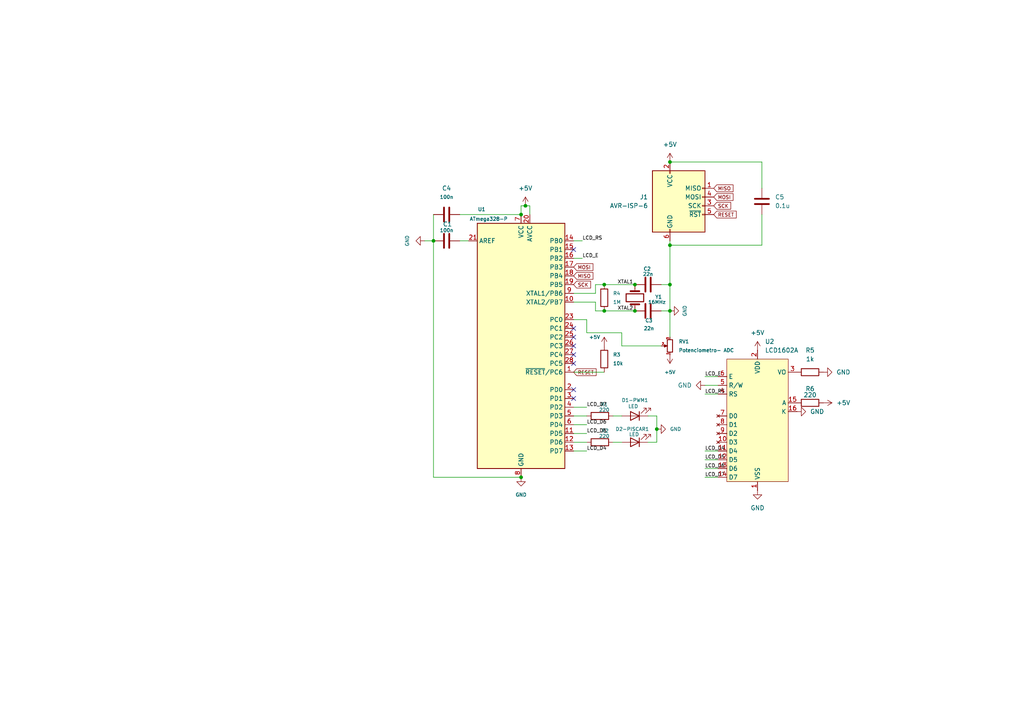
<source format=kicad_sch>
(kicad_sch (version 20250114) (generator "eeschema") (generator_version "9.0")
  (paper "A4")
  (lib_symbols
    (symbol "Connector:AVR-ISP-6" (pin_names (offset 1.016))
      (property "Reference" "J" (at -6.35 11.43 0))
      (property "Value" "AVR-ISP-6" (at 0 11.43 0))
      (symbol "AVR-ISP-6_0_1"
        (rectangle (start -2.667 10.16) (end -2.413 9.398))
        (rectangle (start -2.667 -6.858) (end -2.413 -7.62))
        (rectangle (start 7.62 10.16) (end -7.62 -7.62) (stroke (width 0.254)) (fill (type background)))
        (rectangle (start 7.62 5.207) (end 6.858 4.953))
        (rectangle (start 7.62 2.667) (end 6.858 2.413))
        (rectangle (start 7.62 0.127) (end 6.858 -0.127))
        (rectangle (start 7.62 -2.413) (end 6.858 -2.667))
      )
      (symbol "AVR-ISP-6_1_1"
        (pin passive line (at -2.54 12.7 270) (length 2.54) (name "VCC") (number "2"))
        (pin passive line (at -2.54 -10.16 90) (length 2.54) (name "GND") (number "6"))
        (pin passive line (at 10.16 5.08 180) (length 2.54) (name "MISO") (number "1"))
        (pin passive line (at 10.16 2.54 180) (length 2.54) (name "MOSI") (number "4"))
        (pin passive line (at 10.16 0 180) (length 2.54) (name "SCK") (number "3"))
        (pin passive line (at 10.16 -2.54 180) (length 2.54) (name "~{RST}") (number "5"))
      )
    )
    (symbol "Device:C" (pin_numbers (hide yes)) (pin_names (offset 0.254))
      (property "Reference" "C" (at 0.635 2.54 0))
      (property "Value" "C" (at 0.635 -2.54 0))
      (symbol "C_0_1"
        (polyline (pts (xy -2.032 0.762) (xy 2.032 0.762)) (stroke (width 0.508)))
        (polyline (pts (xy -2.032 -0.762) (xy 2.032 -0.762)) (stroke (width 0.508)))
      )
      (symbol "C_1_1"
        (pin passive line (at 0 3.81 270) (length 2.794) (name "~") (number "1"))
        (pin passive line (at 0 -3.81 90) (length 2.794) (name "~") (number "2"))
      )
    )
    (symbol "Device:Crystal" (pin_numbers (hide yes)) (pin_names (offset 1.016) (hide yes))
      (property "Reference" "Y" (at 0 3.81 0))
      (property "Value" "Crystal" (at 0 -3.81 0))
      (symbol "Crystal_0_1"
        (polyline (pts (xy -2.54 0) (xy -1.905 0)))
        (polyline (pts (xy -1.905 -1.27) (xy -1.905 1.27)) (stroke (width 0.508)))
        (rectangle (start -1.143 2.54) (end 1.143 -2.54) (stroke (width 0.3048)))
        (polyline (pts (xy 1.905 -1.27) (xy 1.905 1.27)) (stroke (width 0.508)))
        (polyline (pts (xy 2.54 0) (xy 1.905 0)))
      )
      (symbol "Crystal_1_1"
        (pin passive line (at -3.81 0 0) (length 1.27) (name "1") (number "1"))
        (pin passive line (at 3.81 0 180) (length 1.27) (name "2") (number "2"))
      )
    )
    (symbol "Device:LED" (pin_numbers (hide yes)) (pin_names (offset 1.016) (hide yes))
      (property "Reference" "D" (at 0 2.54 0))
      (property "Value" "LED" (at 0 -2.54 0))
      (symbol "LED_0_1"
        (polyline (pts (xy -3.048 -0.762) (xy -4.572 -2.286) (xy -3.81 -2.286) (xy -4.572 -2.286) (xy -4.572 -1.524)))
        (polyline (pts (xy -1.778 -0.762) (xy -3.302 -2.286) (xy -2.54 -2.286) (xy -3.302 -2.286) (xy -3.302 -1.524)))
        (polyline (pts (xy -1.27 0) (xy 1.27 0)))
        (polyline (pts (xy -1.27 -1.27) (xy -1.27 1.27)) (stroke (width 0.254)))
        (polyline (pts (xy 1.27 -1.27) (xy 1.27 1.27) (xy -1.27 0) (xy 1.27 -1.27)) (stroke (width 0.254)))
      )
      (symbol "LED_1_1"
        (pin passive line (at -3.81 0 0) (length 2.54) (name "K") (number "1"))
        (pin passive line (at 3.81 0 180) (length 2.54) (name "A") (number "2"))
      )
    )
    (symbol "Device:R" (pin_numbers (hide yes)) (pin_names (offset 0))
      (property "Reference" "R" (at 2.032 0 90))
      (property "Value" "R" (at 0 0 90))
      (symbol "R_0_1"
        (rectangle (start -1.016 -2.54) (end 1.016 2.54) (stroke (width 0.254)))
      )
      (symbol "R_1_1"
        (pin passive line (at 0 3.81 270) (length 1.27) (name "~") (number "1"))
        (pin passive line (at 0 -3.81 90) (length 1.27) (name "~") (number "2"))
      )
    )
    (symbol "Device:R_Potentiometer_Small" (pin_names (offset 1.016) (hide yes))
      (property "Reference" "RV" (at -4.445 0 90))
      (property "Value" "R_Potentiometer_Small" (at -2.54 0 90))
      (symbol "R_Potentiometer_Small_0_1"
        (rectangle (start 0.762 1.8034) (end -0.762 -1.8034) (stroke (width 0.254)))
        (polyline (pts (xy 0.889 0) (xy 0.635 0) (xy 1.651 0.381) (xy 1.651 -0.381) (xy 0.635 0) (xy 0.889 0)) (fill (type outline)))
      )
      (symbol "R_Potentiometer_Small_1_1"
        (pin passive line (at 0 2.54 270) (length 0.635) (name "1") (number "1"))
        (pin passive line (at 0 -2.54 90) (length 0.635) (name "3") (number "3"))
        (pin passive line (at 2.54 0 180) (length 0.9906) (name "2") (number "2"))
      )
    )
    (symbol "MCU_Microchip_ATmega:ATmega328-P"
      (property "Reference" "U" (at -12.7 36.83 0))
      (property "Value" "ATmega328-P" (at 2.54 -36.83 0))
      (symbol "ATmega328-P_0_1"
        (rectangle (start -12.7 -35.56) (end 12.7 35.56) (stroke (width 0.254)) (fill (type background)))
      )
      (symbol "ATmega328-P_1_1"
        (pin passive line (at -15.24 30.48 0) (length 2.54) (name "AREF") (number "21"))
        (pin power_in line (at 0 38.1 270) (length 2.54) (name "VCC") (number "7"))
        (pin passive line (at 0 -38.1 90) (length 2.54) (hide yes) (name "GND") (number "22"))
        (pin power_in line (at 0 -38.1 90) (length 2.54) (name "GND") (number "8"))
        (pin power_in line (at 2.54 38.1 270) (length 2.54) (name "AVCC") (number "20"))
        (pin bidirectional line (at 15.24 30.48 180) (length 2.54) (name "PB0") (number "14"))
        (pin bidirectional line (at 15.24 27.94 180) (length 2.54) (name "PB1") (number "15"))
        (pin bidirectional line (at 15.24 25.4 180) (length 2.54) (name "PB2") (number "16"))
        (pin bidirectional line (at 15.24 22.86 180) (length 2.54) (name "PB3") (number "17"))
        (pin bidirectional line (at 15.24 20.32 180) (length 2.54) (name "PB4") (number "18"))
        (pin bidirectional line (at 15.24 17.78 180) (length 2.54) (name "PB5") (number "19"))
        (pin bidirectional line (at 15.24 15.24 180) (length 2.54) (name "XTAL1/PB6") (number "9"))
        (pin bidirectional line (at 15.24 12.7 180) (length 2.54) (name "XTAL2/PB7") (number "10"))
        (pin bidirectional line (at 15.24 7.62 180) (length 2.54) (name "PC0") (number "23"))
        (pin bidirectional line (at 15.24 5.08 180) (length 2.54) (name "PC1") (number "24"))
        (pin bidirectional line (at 15.24 2.54 180) (length 2.54) (name "PC2") (number "25"))
        (pin bidirectional line (at 15.24 0 180) (length 2.54) (name "PC3") (number "26"))
        (pin bidirectional line (at 15.24 -2.54 180) (length 2.54) (name "PC4") (number "27"))
        (pin bidirectional line (at 15.24 -5.08 180) (length 2.54) (name "PC5") (number "28"))
        (pin bidirectional line (at 15.24 -7.62 180) (length 2.54) (name "~{RESET}/PC6") (number "1"))
        (pin bidirectional line (at 15.24 -12.7 180) (length 2.54) (name "PD0") (number "2"))
        (pin bidirectional line (at 15.24 -15.24 180) (length 2.54) (name "PD1") (number "3"))
        (pin bidirectional line (at 15.24 -17.78 180) (length 2.54) (name "PD2") (number "4"))
        (pin bidirectional line (at 15.24 -20.32 180) (length 2.54) (name "PD3") (number "5"))
        (pin bidirectional line (at 15.24 -22.86 180) (length 2.54) (name "PD4") (number "6"))
        (pin bidirectional line (at 15.24 -25.4 180) (length 2.54) (name "PD5") (number "11"))
        (pin bidirectional line (at 15.24 -27.94 180) (length 2.54) (name "PD6") (number "12"))
        (pin bidirectional line (at 15.24 -30.48 180) (length 2.54) (name "PD7") (number "13"))
      )
    )
    (symbol "lcd1602A:LCD1602A"
      (property "Reference" "U" (at 0 0 0))
      (property "Value" "LCD1602A" (at 5.842 -19.05 0))
      (symbol "LCD1602A_0_1"
        (rectangle (start -10.16 10.16) (end -10.16 10.16))
      )
      (symbol "LCD1602A_1_1"
        (rectangle (start -8.89 17.78) (end 8.89 -17.78) (fill (type color) (color 255 255 194 1)))
        (pin input line (at -11.43 12.7 0) (length 2.54) (name "E") (number "6"))
        (pin input line (at -11.43 10.16 0) (length 2.54) (name "R/W") (number "5"))
        (pin input line (at -11.43 7.62 0) (length 2.54) (name "RS") (number "4"))
        (pin no_connect line (at -11.43 1.27 0) (length 2.54) (name "D0") (number "7"))
        (pin no_connect line (at -11.43 -1.27 0) (length 2.54) (name "D1") (number "8"))
        (pin no_connect line (at -11.43 -3.81 0) (length 2.54) (name "D2") (number "9"))
        (pin no_connect line (at -11.43 -6.35 0) (length 2.54) (name "D3") (number "10"))
        (pin bidirectional line (at -11.43 -8.89 0) (length 2.54) (name "D4") (number "11"))
        (pin bidirectional line (at -11.43 -11.43 0) (length 2.54) (name "D5") (number "12"))
        (pin bidirectional line (at -11.43 -13.97 0) (length 2.54) (name "D6") (number "13"))
        (pin bidirectional line (at -11.43 -16.51 0) (length 2.54) (name "D7") (number "14"))
        (pin power_in line (at 0 20.32 270) (length 2.54) (name "VDD") (number "2"))
        (pin power_in line (at 0 -20.32 90) (length 2.54) (name "VSS") (number "1"))
        (pin input line (at 11.43 13.97 180) (length 2.54) (name "VO") (number "3"))
        (pin output line (at 11.43 5.08 180) (length 2.54) (name "A") (number "15"))
        (pin input line (at 11.43 2.54 180) (length 2.54) (name "K") (number "16"))
      )
    )
    (symbol "power:+5V" (power) (pin_numbers (hide yes)) (pin_names (offset 0) (hide yes))
      (property "Value" "+5V" (at 0 3.556 0))
      (symbol "+5V_0_1"
        (polyline (pts (xy -0.762 1.27) (xy 0 2.54)))
        (polyline (pts (xy 0 2.54) (xy 0.762 1.27)))
        (polyline (pts (xy 0 0) (xy 0 2.54)))
      )
      (symbol "+5V_1_1"
        (pin power_in line (at 0 0 90) (length 0) (name "~") (number "1"))
      )
    )
    (symbol "power:GND" (power) (pin_numbers (hide yes)) (pin_names (offset 0) (hide yes))
      (property "Value" "GND" (at 0 -3.81 0))
      (symbol "GND_0_1"
        (polyline (pts (xy 0 0) (xy 0 -1.27) (xy 1.27 -1.27) (xy 0 -2.54) (xy -1.27 -1.27) (xy 0 -1.27)))
      )
      (symbol "GND_1_1"
        (pin power_in line (at 0 0 270) (length 0) (name "~") (number "1"))
      )
    )
  )
  (junction (at 194.31 82.55))
  (junction (at 175.26 90.17))
  (junction (at 184.15 90.17))
  (junction (at 194.31 46.99))
  (junction (at 151.13 62.23))
  (junction (at 184.15 82.55))
  (junction (at 194.31 90.17))
  (junction (at 175.26 82.55))
  (junction (at 151.13 138.43))
  (junction (at 194.31 71.12))
  (junction (at 190.5 124.46))
  (junction (at 125.73 69.85))
  (junction (at 152.4 59.69))
  (no_connect (at 166.37 115.57))
  (no_connect (at 166.37 95.25))
  (no_connect (at 166.37 72.39))
  (no_connect (at 166.37 97.79))
  (no_connect (at 166.37 113.03))
  (no_connect (at 166.37 100.33))
  (no_connect (at 166.37 105.41))
  (no_connect (at 166.37 102.87))
  (wire (pts (xy 166.37 69.85) (xy 168.91 69.85)))
  (wire (pts (xy 166.37 118.11) (xy 170.18 118.11)))
  (wire (pts (xy 166.37 130.81) (xy 170.18 130.81)))
  (wire (pts (xy 166.37 74.93) (xy 168.91 74.93)))
  (wire (pts (xy 152.4 59.69) (xy 153.67 59.69)))
  (wire (pts (xy 204.47 135.89) (xy 208.28 135.89)))
  (wire (pts (xy 204.47 138.43) (xy 208.28 138.43)))
  (wire (pts (xy 166.37 125.73) (xy 170.18 125.73)))
  (wire (pts (xy 190.5 124.46) (xy 190.5 120.65)))
  (wire (pts (xy 180.34 100.33) (xy 191.77 100.33)))
  (wire (pts (xy 190.5 128.27) (xy 190.5 124.46)))
  (wire (pts (xy 187.96 120.65) (xy 190.5 120.65)))
  (wire (pts (xy 172.72 82.55) (xy 175.26 82.55)))
  (wire (pts (xy 187.96 128.27) (xy 190.5 128.27)))
  (wire (pts (xy 194.31 69.85) (xy 194.31 71.12)))
  (wire (pts (xy 166.37 92.71) (xy 170.18 92.71)))
  (wire (pts (xy 180.34 96.52) (xy 180.34 100.33)))
  (wire (pts (xy 175.26 82.55) (xy 184.15 82.55)))
  (wire (pts (xy 166.37 107.95) (xy 175.26 107.95)))
  (wire (pts (xy 220.98 62.23) (xy 220.98 71.12)))
  (wire (pts (xy 170.18 128.27) (xy 166.37 128.27)))
  (wire (pts (xy 191.77 90.17) (xy 194.31 90.17)))
  (wire (pts (xy 191.77 82.55) (xy 194.31 82.55)))
  (wire (pts (xy 151.13 59.69) (xy 152.4 59.69)))
  (wire (pts (xy 194.31 71.12) (xy 194.31 82.55)))
  (wire (pts (xy 133.35 69.85) (xy 135.89 69.85)))
  (wire (pts (xy 204.47 111.76) (xy 208.28 111.76)))
  (wire (pts (xy 220.98 46.99) (xy 220.98 54.61)))
  (wire (pts (xy 204.47 133.35) (xy 208.28 133.35)))
  (wire (pts (xy 133.35 62.23) (xy 151.13 62.23)))
  (wire (pts (xy 194.31 46.99) (xy 220.98 46.99)))
  (wire (pts (xy 194.31 90.17) (xy 194.31 97.79)))
  (wire (pts (xy 175.26 90.17) (xy 184.15 90.17)))
  (wire (pts (xy 177.8 128.27) (xy 180.34 128.27)))
  (wire (pts (xy 177.8 120.65) (xy 180.34 120.65)))
  (wire (pts (xy 220.98 71.12) (xy 194.31 71.12)))
  (wire (pts (xy 153.67 59.69) (xy 153.67 62.23)))
  (wire (pts (xy 204.47 130.81) (xy 208.28 130.81)))
  (wire (pts (xy 170.18 96.52) (xy 180.34 96.52)))
  (wire (pts (xy 125.73 138.43) (xy 151.13 138.43)))
  (wire (pts (xy 170.18 120.65) (xy 166.37 120.65)))
  (wire (pts (xy 125.73 69.85) (xy 125.73 138.43)))
  (wire (pts (xy 151.13 59.69) (xy 151.13 62.23)))
  (wire (pts (xy 172.72 87.63) (xy 166.37 87.63)))
  (wire (pts (xy 204.47 114.3) (xy 208.28 114.3)))
  (wire (pts (xy 194.31 82.55) (xy 194.31 90.17)))
  (wire (pts (xy 125.73 69.85) (xy 123.19 69.85)))
  (wire (pts (xy 166.37 123.19) (xy 170.18 123.19)))
  (wire (pts (xy 125.73 62.23) (xy 125.73 69.85)))
  (wire (pts (xy 172.72 85.09) (xy 166.37 85.09)))
  (wire (pts (xy 204.47 109.22) (xy 208.28 109.22)))
  (wire (pts (xy 172.72 90.17) (xy 175.26 90.17)))
  (wire (pts (xy 172.72 90.17) (xy 172.72 87.63)))
  (wire (pts (xy 170.18 92.71) (xy 170.18 96.52)))
  (wire (pts (xy 172.72 82.55) (xy 172.72 85.09)))
  (label "LCD_D7" (at 170.18 118.11 0) (effects (font (size 1.016 1.016))))
  (label "LCD_D4" (at 204.47 130.81 0) (effects (font (size 1.016 1.016))))
  (label "LCD_D5" (at 170.18 125.73 0) (effects (font (size 1.016 1.016))))
  (label "LCD_E" (at 168.91 74.93 0) (effects (font (size 1.016 1.016))))
  (label "LCD_E" (at 204.47 109.22 0) (effects (font (size 1.016 1.016))))
  (label "LCD_D5" (at 204.47 133.35 0) (effects (font (size 1.016 1.016))))
  (label "LCD_D6" (at 170.18 123.19 0) (effects (font (size 1.016 1.016))))
  (label "LCD_RS" (at 168.91 69.85 0) (effects (font (size 1.016 1.016))))
  (label "LCD_D7" (at 204.47 138.43 0) (effects (font (size 1.016 1.016))))
  (label "LCD_D4" (at 170.18 130.81 0) (effects (font (size 1.016 1.016))))
  (label "XTAL2" (at 179.07 90.17 0) (effects (font (size 1.016 1.016))))
  (label "LCD_RS" (at 204.47 114.3 0) (effects (font (size 1.016 1.016))))
  (label "LCD_D6" (at 204.47 135.89 0) (effects (font (size 1.016 1.016))))
  (label "XTAL1" (at 179.07 82.55 0) (effects (font (size 1.016 1.016))))
  (global_label "MISO" (shape input) (at 166.37 80.01 0) (effects (font (size 1.016 1.016))) (property "Intersheetrefs" "${INTERSHEET_REFS}" (effects (hide yes))))
  (global_label "MISO" (shape input) (at 207.01 54.61 0) (effects (font (size 1.016 1.016))) (property "Intersheetrefs" "${INTERSHEET_REFS}" (effects (hide yes))))
  (global_label "RESET" (shape input) (at 207.01 62.23 0) (effects (font (size 1.016 1.016))) (property "Intersheetrefs" "${INTERSHEET_REFS}" (effects (hide yes))))
  (global_label "RESET" (shape input) (at 166.37 107.95 0) (effects (font (size 1.016 1.016))) (property "Intersheetrefs" "${INTERSHEET_REFS}" (effects (hide yes))))
  (global_label "SCK" (shape input) (at 207.01 59.69 0) (effects (font (size 1.016 1.016))) (property "Intersheetrefs" "${INTERSHEET_REFS}" (effects (hide yes))))
  (global_label "SCK" (shape input) (at 166.37 82.55 0) (effects (font (size 1.016 1.016))) (property "Intersheetrefs" "${INTERSHEET_REFS}" (effects (hide yes))))
  (global_label "MOSI" (shape input) (at 166.37 77.47 0) (effects (font (size 1.016 1.016))) (property "Intersheetrefs" "${INTERSHEET_REFS}" (effects (hide yes))))
  (global_label "MOSI" (shape input) (at 207.01 57.15 0) (effects (font (size 1.016 1.016))) (property "Intersheetrefs" "${INTERSHEET_REFS}" (effects (hide yes))))
  (symbol (lib_id "Device:R") (at 234.95 107.95 90) (unit 1)
    (property "Reference" "R5" (at 234.95 101.6 90))
    (property "Value" "1k" (at 234.95 104.14 90))
    (property "Description" "Resistor" (effects (hide yes)))
  )
  (symbol (lib_id "power:GND") (at 123.19 69.85 270) (unit 1)
    (property "Reference" "#PWR03" (effects (hide yes)))
    (property "Value" "GND" (at 118.11 69.85 0) (effects (font (size 1.016 1.016))))
    (property "Description" "Power symbol creates a global label with name \"GND\" , ground" (effects (hide yes)))
  )
  (symbol (lib_id "Device:LED") (at 184.15 128.27 180) (unit 1)
    (property "Reference" "D2-PISCAR1" (at 183.388 124.46 0) (effects (font (size 1.016 1.016))))
    (property "Value" "LED" (at 183.896 125.984 0) (effects (font (size 1.016 1.016))))
    (property "Description" "Light emitting diode" (effects (hide yes)))
    (property "Sim.Pins" "1=K 2=A" (effects (hide yes)))
  )
  (symbol (lib_id "Device:C") (at 129.54 62.23 90) (unit 1)
    (property "Reference" "C4" (at 129.54 54.61 90))
    (property "Value" "100n" (at 129.54 57.15 90) (effects (font (size 1.016 1.016))))
    (property "Description" "Unpolarized capacitor" (effects (hide yes)))
  )
  (symbol (lib_id "Device:LED") (at 184.15 120.65 180) (unit 1)
    (property "Reference" "D1-PWM1" (at 184.15 116.078 0) (effects (font (size 1.016 1.016))))
    (property "Value" "LED" (at 183.642 117.856 0) (effects (font (size 1.016 1.016))))
    (property "Description" "Light emitting diode" (effects (hide yes)))
    (property "Sim.Pins" "1=K 2=A" (effects (hide yes)))
  )
  (symbol (lib_id "power:+5V") (at 238.76 116.84 270) (unit 1)
    (property "Reference" "#PWR014" (effects (hide yes)))
    (property "Value" "+5V" (at 242.57 116.8399 90) (effects (justify left)))
    (property "Description" "Power symbol creates a global label with name \"+5V\"" (effects (hide yes)))
  )
  (symbol (lib_id "Connector:AVR-ISP-6") (at 196.85 59.69 0) (unit 1)
    (property "Reference" "J1" (at 187.96 57.1499 0) (effects (justify right)))
    (property "Value" "AVR-ISP-6" (at 187.96 59.6899 0) (effects (justify right)))
    (property "Description" "Atmel 6-pin ISP connector" (effects (hide yes)))
  )
  (symbol (lib_id "power:+5V") (at 175.26 100.33 0) (unit 1)
    (property "Reference" "#PWR07" (effects (hide yes)))
    (property "Value" "+5V" (at 172.466 97.79 0) (effects (font (size 1.016 1.016))))
    (property "Description" "Power symbol creates a global label with name \"+5V\"" (effects (hide yes)))
  )
  (symbol (lib_id "Device:R") (at 175.26 104.14 0) (unit 1)
    (property "Reference" "R3" (at 177.8 102.8699 0) (effects (font (size 1.016 1.016)) (justify left)))
    (property "Value" "10k" (at 177.8 105.4099 0) (effects (font (size 1.016 1.016)) (justify left)))
    (property "Description" "Resistor" (effects (hide yes)))
  )
  (symbol (lib_id "Device:R") (at 173.99 120.65 90) (unit 1)
    (property "Reference" "R1" (at 175.26 117.348 90) (effects (font (size 1.016 1.016))))
    (property "Value" "220" (at 175.26 118.872 90) (effects (font (size 1.016 1.016))))
    (property "Description" "Resistor" (effects (hide yes)))
  )
  (symbol (lib_id "Device:R") (at 175.26 86.36 0) (unit 1)
    (property "Reference" "R4" (at 177.8 85.0899 0) (effects (font (size 1.016 1.016)) (justify left)))
    (property "Value" "1M" (at 177.8 87.6299 0) (effects (font (size 1.016 1.016)) (justify left)))
    (property "Description" "Resistor" (effects (hide yes)))
  )
  (symbol (lib_id "Device:R_Potentiometer_Small") (at 194.31 100.33 180) (unit 1)
    (property "Reference" "RV1" (at 196.85 99.0599 0) (effects (font (size 1.016 1.016)) (justify right)))
    (property "Value" "Potenciometro- ADC" (at 196.85 101.5999 0) (effects (font (size 1.016 1.016)) (justify right)))
    (property "Description" "Potentiometer" (effects (hide yes)))
  )
  (symbol (lib_id "power:+5V") (at 219.71 101.6 0) (unit 1)
    (property "Reference" "#PWR011" (effects (hide yes)))
    (property "Value" "+5V" (at 219.71 96.52 0))
    (property "Description" "Power symbol creates a global label with name \"+5V\"" (effects (hide yes)))
  )
  (symbol (lib_id "power:GND") (at 204.47 111.76 270) (unit 1)
    (property "Reference" "#PWR04" (effects (hide yes)))
    (property "Value" "GND" (at 200.66 111.7599 90) (effects (justify right)))
    (property "Description" "Power symbol creates a global label with name \"GND\" , ground" (effects (hide yes)))
  )
  (symbol (lib_id "Device:C") (at 220.98 58.42 0) (unit 1)
    (property "Reference" "C5" (at 224.79 57.1499 0) (effects (justify left)))
    (property "Value" "0.1u" (at 224.79 59.6899 0) (effects (justify left)))
    (property "Description" "Unpolarized capacitor" (effects (hide yes)))
  )
  (symbol (lib_id "Device:C") (at 129.54 69.85 270) (unit 1)
    (property "Reference" "C1" (at 129.794 65.024 90))
    (property "Value" "100n" (at 129.54 66.802 90) (effects (font (size 1.016 1.016))))
    (property "Description" "Unpolarized capacitor" (effects (hide yes)))
  )
  (symbol (lib_id "lcd1602A:LCD1602A") (at 219.71 121.92 0) (unit 1)
    (property "Reference" "U2" (at 221.8533 99.06 0) (effects (justify left)))
    (property "Value" "LCD1602A" (at 221.8533 101.6 0) (effects (justify left)))
  )
  (symbol (lib_id "MCU_Microchip_ATmega:ATmega328-P") (at 151.13 100.33 0) (unit 1)
    (property "Reference" "U1" (at 139.7 60.706 0) (effects (font (size 1.016 1.016))))
    (property "Value" "ATmega328-P" (at 141.732 63.5 0) (effects (font (size 1.016 1.016))))
    (property "Footprint" "Package_DIP:DIP-28_W7.62mm" (effects (hide yes)))
    (property "Datasheet" "http://ww1.microchip.com/downloads/en/DeviceDoc/ATmega328_P%20AVR%20MCU%20with%20picoPower%20Technology%20Data%20Sheet%2040001984A.pdf" (effects (hide yes)))
    (property "Description" "20MHz, 32kB Flash, 2kB SRAM, 1kB EEPROM, DIP-28" (effects (hide yes)))
  )
  (symbol (lib_id "Device:R") (at 234.95 116.84 90) (unit 1)
    (property "Reference" "R6" (at 234.95 112.776 90))
    (property "Value" "220" (at 234.95 114.554 90))
    (property "Description" "Resistor" (effects (hide yes)))
  )
  (symbol (lib_id "Device:R") (at 173.99 128.27 90) (unit 1)
    (property "Reference" "R2" (at 175.514 124.968 90) (effects (font (size 1.016 1.016))))
    (property "Value" "220" (at 175.26 126.492 90) (effects (font (size 1.016 1.016))))
    (property "Description" "Resistor" (effects (hide yes)))
  )
  (symbol (lib_id "power:GND") (at 231.14 119.38 90) (unit 1)
    (property "Reference" "#PWR013" (effects (hide yes)))
    (property "Value" "GND" (at 234.95 119.3799 90) (effects (justify right)))
    (property "Description" "Power symbol creates a global label with name \"GND\" , ground" (effects (hide yes)))
  )
  (symbol (lib_id "Device:Crystal") (at 184.15 86.36 90) (unit 1)
    (property "Reference" "Y1" (at 189.992 86.106 90) (effects (font (size 1.016 1.016)) (justify right)))
    (property "Value" "16MHz" (at 187.96 87.6299 90) (effects (font (size 1.016 1.016)) (justify right)))
    (property "Description" "Two pin crystal" (effects (hide yes)))
  )
  (symbol (lib_id "power:+5V") (at 194.31 102.87 180) (unit 1)
    (property "Reference" "#PWR09" (effects (hide yes)))
    (property "Value" "+5V" (at 194.31 107.95 0) (effects (font (size 1.016 1.016))))
    (property "Description" "Power symbol creates a global label with name \"+5V\"" (effects (hide yes)))
  )
  (symbol (lib_id "power:GND") (at 190.5 124.46 90) (unit 1)
    (property "Reference" "#PWR05" (effects (hide yes)))
    (property "Value" "GND" (at 194.31 124.4599 90) (effects (font (size 1.016 1.016)) (justify right)))
    (property "Description" "Power symbol creates a global label with name \"GND\" , ground" (effects (hide yes)))
  )
  (symbol (lib_id "Device:C") (at 187.96 90.17 270) (unit 1)
    (property "Reference" "C3" (at 188.214 92.964 90) (effects (font (size 1.016 1.016))))
    (property "Value" "22n" (at 188.214 95.25 90) (effects (font (size 1.016 1.016))))
    (property "Description" "Unpolarized capacitor" (effects (hide yes)))
  )
  (symbol (lib_id "power:GND") (at 194.31 90.17 90) (unit 1)
    (property "Reference" "#PWR06" (effects (hide yes)))
    (property "Value" "GND" (at 198.628 90.17 0) (effects (font (size 1.016 1.016))))
    (property "Description" "Power symbol creates a global label with name \"GND\" , ground" (effects (hide yes)))
  )
  (symbol (lib_id "Device:C") (at 187.96 82.55 90) (unit 1)
    (property "Reference" "C2" (at 187.706 77.978 90) (effects (font (size 1.016 1.016))))
    (property "Value" "22n" (at 187.96 79.502 90) (effects (font (size 1.016 1.016))))
    (property "Description" "Unpolarized capacitor" (effects (hide yes)))
  )
  (symbol (lib_id "power:GND") (at 219.71 142.24 0) (unit 1)
    (property "Reference" "#PWR010" (effects (hide yes)))
    (property "Value" "GND" (at 219.71 147.32 0))
    (property "Description" "Power symbol creates a global label with name \"GND\" , ground" (effects (hide yes)))
  )
  (symbol (lib_id "power:+5V") (at 194.31 46.99 0) (unit 1)
    (property "Reference" "#PWR08" (effects (hide yes)))
    (property "Value" "+5V" (at 194.31 41.91 0))
    (property "Description" "Power symbol creates a global label with name \"+5V\"" (effects (hide yes)))
  )
  (symbol (lib_id "power:GND") (at 238.76 107.95 90) (unit 1)
    (property "Reference" "#PWR012" (effects (hide yes)))
    (property "Value" "GND" (at 242.57 107.9499 90) (effects (justify right)))
    (property "Description" "Power symbol creates a global label with name \"GND\" , ground" (effects (hide yes)))
  )
  (symbol (lib_id "power:+5V") (at 152.4 59.69 0) (unit 1)
    (property "Reference" "#PWR02" (effects (hide yes)))
    (property "Value" "+5V" (at 152.4 54.61 0))
    (property "Description" "Power symbol creates a global label with name \"+5V\"" (effects (hide yes)))
  )
  (symbol (lib_id "power:GND") (at 151.13 138.43 0) (unit 1)
    (property "Reference" "#PWR01" (effects (hide yes)))
    (property "Value" "GND" (at 151.13 143.51 0) (effects (font (size 1.016 1.016))))
    (property "Description" "Power symbol creates a global label with name \"GND\" , ground" (effects (hide yes)))
  )
)
</source>
